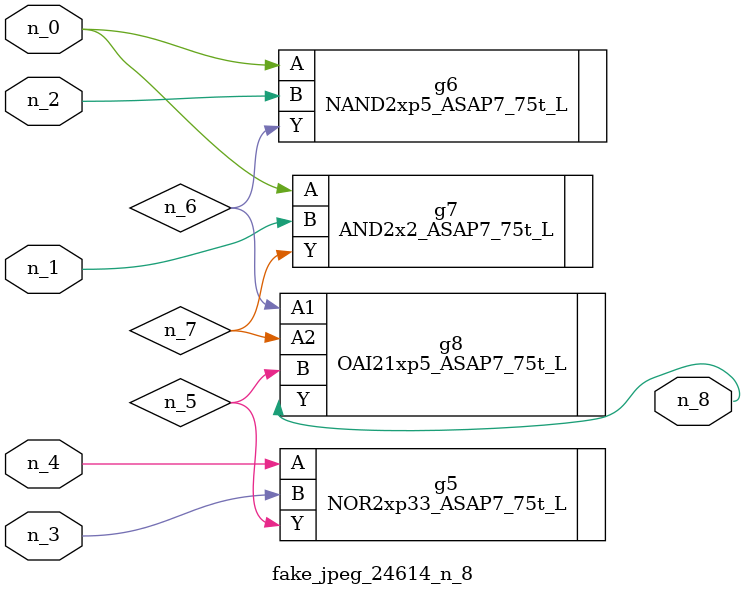
<source format=v>
module fake_jpeg_24614_n_8 (n_3, n_2, n_1, n_0, n_4, n_8);

input n_3;
input n_2;
input n_1;
input n_0;
input n_4;

output n_8;

wire n_6;
wire n_5;
wire n_7;

NOR2xp33_ASAP7_75t_L g5 ( 
.A(n_4),
.B(n_3),
.Y(n_5)
);

NAND2xp5_ASAP7_75t_L g6 ( 
.A(n_0),
.B(n_2),
.Y(n_6)
);

AND2x2_ASAP7_75t_L g7 ( 
.A(n_0),
.B(n_1),
.Y(n_7)
);

OAI21xp5_ASAP7_75t_L g8 ( 
.A1(n_6),
.A2(n_7),
.B(n_5),
.Y(n_8)
);


endmodule
</source>
